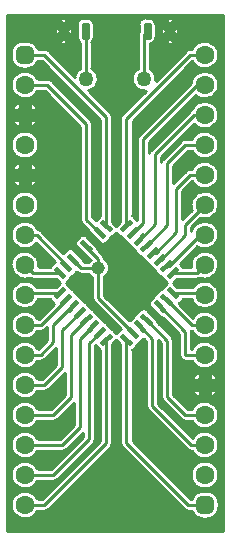
<source format=gbr>
G04 Generated by Ultiboard 14.1 *
%FSLAX24Y24*%
%MOIN*%

%ADD10C,0.0001*%
%ADD11C,0.0100*%
%ADD12C,0.0450*%
%ADD13P,0.0250X4*%
%ADD14C,0.0633*%
%ADD15R,0.0208X0.0208*%
%ADD16C,0.0392*%
%ADD17C,0.0500*%
%ADD18R,0.0108X0.0417*%
%ADD19C,0.0167*%


G04 ColorRGB 00FF00 for the following layer *
%LNCopper Top*%
%LPD*%
G54D10*
G36*
X151Y151D02*
X151Y151D01*
X7349Y151D01*
X7349Y17349D01*
X151Y17349D01*
X151Y151D01*
D02*
G37*
%LPC*%
G36*
X6494Y9610D02*
X6494Y9610D01*
X5929Y9045D01*
X6029Y8945D01*
G74*
D01*
G02X6038Y8935I106J107*
G01*
X6038Y8935D01*
X6288Y8935D01*
G75*
D01*
G02X6588Y8562I462J65*
G01*
G74*
D01*
G02X6484Y8533I104J172*
G01*
X6484Y8533D01*
X5831Y8533D01*
X5697Y8400D01*
X5831Y8267D01*
X6367Y8267D01*
G75*
D01*
G02X6303Y7865I383J-267*
G01*
X6303Y7865D01*
X6038Y7865D01*
G74*
D01*
G02X6029Y7855I115J97*
G01*
X6029Y7855D01*
X5904Y7730D01*
G74*
D01*
G02X5885Y7713I107J106*
G01*
X5885Y7713D01*
X6353Y7245D01*
G75*
D01*
G02X6329Y6799I397J-245*
G01*
X6329Y6799D01*
X6314Y6799D01*
G75*
D01*
G02X6298Y6800I0J201*
G01*
G74*
D01*
G02X6301Y6768I198J32*
G01*
X6301Y6768D01*
X6301Y6201D01*
X6329Y6201D01*
G75*
D01*
G02X6329Y5799I421J-201*
G01*
X6329Y5799D01*
X6100Y5799D01*
G75*
D01*
G02X5899Y6000I0J201*
G01*
X5899Y6000D01*
X5899Y6685D01*
X5344Y7240D01*
G74*
D01*
G02X5245Y7284I8J151*
G01*
X5245Y7284D01*
X4911Y7618D01*
G75*
D01*
G02X4869Y7745I107J107*
G01*
X4869Y7745D01*
X4852Y7762D01*
G74*
D01*
G02X4874Y7771I69J135*
G01*
G74*
D01*
G02X4911Y7831I144J46*
G01*
X4911Y7831D01*
X5037Y7957D01*
G74*
D01*
G02X5097Y7994I106J107*
G01*
G74*
D01*
G02X5134Y8054I144J46*
G01*
X5134Y8054D01*
X5259Y8179D01*
G74*
D01*
G02X5320Y8216I107J106*
G01*
G74*
D01*
G02X5357Y8277I143J46*
G01*
X5357Y8277D01*
X5480Y8400D01*
X5357Y8523D01*
G74*
D01*
G02X5320Y8584I106J107*
G01*
G74*
D01*
G02X5259Y8621I46J143*
G01*
X5259Y8621D01*
X5134Y8746D01*
G74*
D01*
G02X5097Y8806I107J106*
G01*
G74*
D01*
G02X5037Y8843I46J144*
G01*
X5037Y8843D01*
X4911Y8969D01*
G74*
D01*
G02X4874Y9029I107J106*
G01*
G74*
D01*
G02X4814Y9066I47J144*
G01*
X4814Y9066D01*
X4689Y9191D01*
G74*
D01*
G02X4652Y9252I106J107*
G01*
G74*
D01*
G02X4591Y9289I46J143*
G01*
X4591Y9289D01*
X4582Y9298D01*
X4466Y9414D01*
G74*
D01*
G02X4429Y9474I107J107*
G01*
G74*
D01*
G02X4369Y9511I46J144*
G01*
X4369Y9511D01*
X4243Y9637D01*
G74*
D01*
G02X4206Y9697I107J106*
G01*
G74*
D01*
G02X4146Y9734I46J144*
G01*
X4146Y9734D01*
X4021Y9859D01*
G74*
D01*
G02X3984Y9920I106J107*
G01*
G74*
D01*
G02X3923Y9957I46J143*
G01*
X3923Y9957D01*
X3800Y10080D01*
X3677Y9957D01*
G74*
D01*
G02X3616Y9920I107J106*
G01*
G74*
D01*
G02X3579Y9859I143J46*
G01*
X3579Y9859D01*
X3454Y9734D01*
G74*
D01*
G02X3394Y9697I106J107*
G01*
G74*
D01*
G02X3384Y9675I144J46*
G01*
X3384Y9675D01*
X3368Y9691D01*
G75*
D01*
G02X3241Y9734I-20J150*
G01*
X3241Y9734D01*
X2907Y10068D01*
G74*
D01*
G02X2863Y10166I107J107*
G01*
X2863Y10166D01*
X2658Y10371D01*
G75*
D01*
G02X2599Y10514I142J143*
G01*
X2599Y10514D01*
X2599Y13617D01*
X1417Y14799D01*
X1171Y14799D01*
G75*
D01*
G02X1171Y15201I-421J201*
G01*
X1171Y15201D01*
X1500Y15201D01*
G74*
D01*
G02X1642Y15142I0J201*
G01*
X1642Y15142D01*
X2942Y13842D01*
G74*
D01*
G02X3001Y13700I142J142*
G01*
X3001Y13700D01*
X3001Y10597D01*
X3113Y10485D01*
G74*
D01*
G02X3130Y10504I123J88*
G01*
X3130Y10504D01*
X3255Y10629D01*
G74*
D01*
G02X3265Y10638I107J106*
G01*
X3265Y10638D01*
X3265Y13851D01*
X1317Y15799D01*
X1188Y15799D01*
G74*
D01*
G02X854Y15548I334J97*
G01*
X854Y15548D01*
X646Y15548D01*
G75*
D01*
G02X298Y15896I0J348*
G01*
X298Y15896D01*
X298Y16104D01*
G75*
D01*
G02X646Y16452I348J0*
G01*
X646Y16452D01*
X854Y16452D01*
G74*
D01*
G02X1188Y16201I0J348*
G01*
X1188Y16201D01*
X1400Y16201D01*
G75*
D01*
G02X1476Y16186I0J-201*
G01*
G74*
D01*
G02X1542Y16142I76J186*
G01*
X1542Y16142D01*
X2407Y15277D01*
G74*
D01*
G02X2574Y15530I393J77*
G01*
X2574Y15530D01*
X2574Y16409D01*
G75*
D01*
G02X2486Y16592I147J183*
G01*
X2486Y16592D01*
X2486Y17008D01*
G75*
D01*
G02X2721Y17243I235J0*
G01*
X2721Y17243D01*
X2829Y17243D01*
G74*
D01*
G02X3064Y17008I0J235*
G01*
X3064Y17008D01*
X3064Y16592D01*
G75*
D01*
G02X2976Y16409I-235J0*
G01*
X2976Y16409D01*
X2976Y15559D01*
G75*
D01*
G02X2877Y14807I-176J-359*
G01*
X2877Y14807D01*
X3608Y14076D01*
G74*
D01*
G02X3667Y13934I142J142*
G01*
X3667Y13934D01*
X3667Y10431D01*
X3800Y10297D01*
X3933Y10431D01*
X3933Y13884D01*
G74*
D01*
G02X3992Y14026I201J0*
G01*
X3992Y14026D01*
X4769Y14803D01*
G75*
D01*
G02X4516Y15546I-52J397*
G01*
X4516Y15546D01*
X4516Y16691D01*
G75*
D01*
G02X4536Y16780I201J1*
G01*
X4536Y16780D01*
X4536Y17008D01*
G75*
D01*
G02X4771Y17243I235J0*
G01*
X4771Y17243D01*
X4879Y17243D01*
G74*
D01*
G02X5114Y17008I0J235*
G01*
X5114Y17008D01*
X5114Y16592D01*
G75*
D01*
G02X4918Y16360I-235J0*
G01*
X4918Y16360D01*
X4918Y15546D01*
G75*
D01*
G02X5113Y15147I-201J-346*
G01*
X5113Y15147D01*
X6108Y16142D01*
G75*
D01*
G02X6250Y16201I142J-142*
G01*
X6250Y16201D01*
X6329Y16201D01*
G75*
D01*
G02X6330Y15796I421J-201*
G01*
X6330Y15796D01*
X4335Y13801D01*
X4335Y10638D01*
G74*
D01*
G02X4345Y10629I97J115*
G01*
X4345Y10629D01*
X4470Y10504D01*
G74*
D01*
G02X4487Y10485I106J107*
G01*
X4487Y10485D01*
X4499Y10497D01*
X4499Y13200D01*
G75*
D01*
G02X4558Y13342I201J0*
G01*
X4558Y13342D01*
X6289Y15073D01*
G75*
D01*
G02X6438Y14653I461J-73*
G01*
X6438Y14653D01*
X4901Y13117D01*
X4901Y12728D01*
G74*
D01*
G02X4958Y12842I199J28*
G01*
X4958Y12842D01*
X6258Y14142D01*
G74*
D01*
G02X6322Y14185I142J142*
G01*
G75*
D01*
G02X6389Y13705I428J-185*
G01*
X6389Y13705D01*
X5301Y12617D01*
X5301Y12428D01*
G74*
D01*
G02X5358Y12542I199J28*
G01*
X5358Y12542D01*
X5958Y13142D01*
G74*
D01*
G02X6035Y13190I142J142*
G01*
G75*
D01*
G02X6100Y13201I65J-190*
G01*
X6100Y13201D01*
X6329Y13201D01*
G75*
D01*
G02X6329Y12799I421J-201*
G01*
X6329Y12799D01*
X6183Y12799D01*
X5701Y12317D01*
X5701Y11735D01*
X6108Y12142D01*
G75*
D01*
G02X6250Y12201I142J-142*
G01*
X6250Y12201D01*
X6329Y12201D01*
G75*
D01*
G02X6330Y11796I421J-201*
G01*
X6330Y11796D01*
X6001Y11467D01*
X6001Y10535D01*
X6310Y10844D01*
G75*
D01*
G02X6594Y10560I440J156*
G01*
X6594Y10560D01*
X6301Y10267D01*
X6301Y10127D01*
G75*
D01*
G02X6494Y9610I449J-127*
G01*
D02*
G37*
G36*
X2531Y9339D02*
X2531Y9339D01*
X2572Y9298D01*
X2689Y9182D01*
G74*
D01*
G02X2731Y9101I107J107*
G01*
X2731Y9101D01*
X2883Y9101D01*
G74*
D01*
G02X2943Y9173I317J201*
G01*
X2943Y9173D01*
X2867Y9249D01*
G74*
D01*
G02X2796Y9289I35J146*
G01*
X2796Y9289D01*
X2786Y9298D01*
X2462Y9623D01*
G75*
D01*
G02X2419Y9749I106J106*
G01*
X2419Y9749D01*
X2402Y9766D01*
G74*
D01*
G02X2425Y9775I69J134*
G01*
G74*
D01*
G02X2462Y9836I143J46*
G01*
X2462Y9836D01*
X2587Y9961D01*
G74*
D01*
G02X2647Y9998I106J106*
G01*
G74*
D01*
G02X2657Y10021I144J46*
G01*
X2657Y10021D01*
X2673Y10004D01*
G75*
D01*
G02X2800Y9961I20J-149*
G01*
X2800Y9961D01*
X3134Y9627D01*
G75*
D01*
G02X3178Y9507I-107J-106*
G01*
X3178Y9507D01*
X3342Y9342D01*
G74*
D01*
G02X3400Y9217I142J142*
G01*
G75*
D01*
G02X3401Y8583I-200J-317*
G01*
X3401Y8583D01*
X3401Y7983D01*
X4233Y7152D01*
G74*
D01*
G02X4243Y7163I117J95*
G01*
X4243Y7163D01*
X4369Y7289D01*
G74*
D01*
G02X4429Y7326I106J107*
G01*
G74*
D01*
G02X4466Y7386I144J47*
G01*
X4466Y7386D01*
X4591Y7511D01*
G74*
D01*
G02X4652Y7548I107J106*
G01*
G74*
D01*
G02X4661Y7571I143J46*
G01*
X4661Y7571D01*
X4678Y7554D01*
G75*
D01*
G02X4804Y7511I20J-149*
G01*
X4804Y7511D01*
X5138Y7177D01*
G74*
D01*
G02X5182Y7079I106J106*
G01*
X5182Y7079D01*
X5642Y6620D01*
G74*
D01*
G02X5701Y6477I142J143*
G01*
X5701Y6477D01*
X5701Y4683D01*
X6183Y4201D01*
X6329Y4201D01*
G75*
D01*
G02X6329Y3799I421J-201*
G01*
X6329Y3799D01*
X6100Y3799D01*
G75*
D01*
G02X6035Y3810I0J201*
G01*
G74*
D01*
G02X5958Y3858I65J190*
G01*
X5958Y3858D01*
X5358Y4458D01*
G75*
D01*
G02X5299Y4600I142J142*
G01*
X5299Y4600D01*
X5299Y6394D01*
X5201Y6492D01*
X5201Y4383D01*
X6348Y3237D01*
G75*
D01*
G02X6329Y2799I402J-237*
G01*
X6329Y2799D01*
X6300Y2799D01*
G75*
D01*
G02X6243Y2807I0J201*
G01*
G74*
D01*
G02X6158Y2858I57J193*
G01*
X6158Y2858D01*
X4858Y4158D01*
G75*
D01*
G02X4799Y4300I142J142*
G01*
X4799Y4300D01*
X4799Y6449D01*
X4709Y6538D01*
G74*
D01*
G02X4693Y6519I123J87*
G01*
X4693Y6519D01*
X4568Y6393D01*
G74*
D01*
G02X4507Y6356I107J107*
G01*
G74*
D01*
G02X4470Y6296I143J47*
G01*
X4470Y6296D01*
X4345Y6171D01*
G74*
D01*
G02X4335Y6162I107J106*
G01*
X4335Y6162D01*
X4335Y3149D01*
X6283Y1201D01*
X6312Y1201D01*
G75*
D01*
G02X6646Y1452I334J-97*
G01*
X6646Y1452D01*
X6854Y1452D01*
G74*
D01*
G02X7202Y1104I0J348*
G01*
X7202Y1104D01*
X7202Y896D01*
G75*
D01*
G02X6854Y548I-348J0*
G01*
X6854Y548D01*
X6646Y548D01*
G75*
D01*
G02X6312Y799I0J348*
G01*
X6312Y799D01*
X6200Y799D01*
G75*
D01*
G02X6141Y808I0J201*
G01*
G74*
D01*
G02X6058Y858I59J192*
G01*
X6058Y858D01*
X3992Y2924D01*
G75*
D01*
G02X3933Y3066I142J142*
G01*
X3933Y3066D01*
X3933Y6369D01*
X3800Y6503D01*
X3667Y6369D01*
X3667Y3066D01*
G75*
D01*
G02X3608Y2924I-201J0*
G01*
X3608Y2924D01*
X1542Y858D01*
G74*
D01*
G02X1400Y799I142J142*
G01*
X1400Y799D01*
X1171Y799D01*
G75*
D01*
G02X1171Y1201I-421J201*
G01*
X1171Y1201D01*
X1317Y1201D01*
X3265Y3149D01*
X3265Y6162D01*
G74*
D01*
G02X3255Y6171I97J115*
G01*
X3255Y6171D01*
X3130Y6296D01*
G74*
D01*
G02X3113Y6315I106J107*
G01*
X3113Y6315D01*
X3101Y6303D01*
X3101Y3200D01*
G75*
D01*
G02X3042Y3058I-201J0*
G01*
X3042Y3058D01*
X1842Y1858D01*
G74*
D01*
G02X1700Y1799I142J142*
G01*
X1700Y1799D01*
X1171Y1799D01*
G75*
D01*
G02X1171Y2201I-421J201*
G01*
X1171Y2201D01*
X1617Y2201D01*
X2699Y3283D01*
X2699Y3415D01*
X2142Y2858D01*
G74*
D01*
G02X2000Y2799I142J142*
G01*
X2000Y2799D01*
X1171Y2799D01*
G75*
D01*
G02X1171Y3201I-421J201*
G01*
X1171Y3201D01*
X1917Y3201D01*
X2399Y3683D01*
X2399Y4415D01*
X1842Y3858D01*
G74*
D01*
G02X1700Y3799I142J142*
G01*
X1700Y3799D01*
X1171Y3799D01*
G75*
D01*
G02X1171Y4201I-421J201*
G01*
X1171Y4201D01*
X1617Y4201D01*
X2099Y4683D01*
X2099Y5415D01*
X1542Y4858D01*
G74*
D01*
G02X1400Y4799I142J142*
G01*
X1400Y4799D01*
X1171Y4799D01*
G75*
D01*
G02X1171Y5201I-421J201*
G01*
X1171Y5201D01*
X1317Y5201D01*
X1799Y5683D01*
X1799Y6244D01*
X1413Y5858D01*
G74*
D01*
G02X1341Y5812I142J142*
G01*
G75*
D01*
G02X1270Y5799I-70J188*
G01*
X1270Y5799D01*
X1171Y5799D01*
G75*
D01*
G02X1171Y6201I-421J201*
G01*
X1171Y6201D01*
X1187Y6201D01*
X1499Y6513D01*
X1499Y6928D01*
X1429Y6858D01*
G74*
D01*
G02X1344Y6807I143J142*
G01*
G75*
D01*
G02X1286Y6799I-58J193*
G01*
X1286Y6799D01*
X1171Y6799D01*
G75*
D01*
G02X1171Y7201I-421J201*
G01*
X1171Y7201D01*
X1203Y7201D01*
X1715Y7713D01*
G74*
D01*
G02X1696Y7730I88J123*
G01*
X1696Y7730D01*
X1571Y7855D01*
G74*
D01*
G02X1562Y7865I106J107*
G01*
X1562Y7865D01*
X1197Y7865D01*
G75*
D01*
G02X1133Y8267I-447J135*
G01*
X1133Y8267D01*
X1769Y8267D01*
X1903Y8400D01*
X1769Y8533D01*
X1016Y8533D01*
G75*
D01*
G02X946Y8546I0J201*
G01*
G74*
D01*
G02X912Y8562I70J188*
G01*
G75*
D01*
G02X1212Y8935I-162J438*
G01*
X1212Y8935D01*
X1562Y8935D01*
G74*
D01*
G02X1571Y8945I115J97*
G01*
X1571Y8945D01*
X1696Y9070D01*
G74*
D01*
G02X1752Y9106I107J106*
G01*
X1752Y9106D01*
X1559Y9298D01*
X1129Y9728D01*
G75*
D01*
G02X1172Y10199I-379J272*
G01*
G74*
D01*
G02X1215Y10187I31J199*
G01*
G74*
D01*
G02X1284Y10142I74J187*
G01*
X1284Y10142D01*
X2026Y9400D01*
X2141Y9516D01*
G74*
D01*
G02X2202Y9553I107J107*
G01*
G74*
D01*
G02X2211Y9575I143J46*
G01*
X2211Y9575D01*
X2228Y9559D01*
G75*
D01*
G02X2355Y9516I20J-150*
G01*
X2355Y9516D01*
X2444Y9427D01*
G74*
D01*
G02X2531Y9339I92J179*
G01*
D02*
G37*
G36*
X5290Y17050D02*
X5290Y17050D01*
X5453Y16800D01*
X5290Y16550D01*
G75*
D01*
G02X5286Y16592I231J42*
G01*
X5286Y16592D01*
X5286Y17008D01*
G74*
D01*
G02X5290Y17050I235J0*
G01*
D02*
G37*
G36*
X5423Y16379D02*
X5423Y16379D01*
X5575Y16613D01*
X5727Y16379D01*
G74*
D01*
G02X5629Y16357I98J213*
G01*
X5629Y16357D01*
X5521Y16357D01*
G75*
D01*
G02X5423Y16379I0J235*
G01*
D02*
G37*
G36*
X1740Y17050D02*
X1740Y17050D01*
X1903Y16800D01*
X1740Y16550D01*
G75*
D01*
G02X1736Y16592I231J42*
G01*
X1736Y16592D01*
X1736Y17008D01*
G74*
D01*
G02X1740Y17050I235J0*
G01*
D02*
G37*
G36*
X2177Y17221D02*
X2177Y17221D01*
X2025Y16987D01*
X1873Y17221D01*
G75*
D01*
G02X1971Y17243I98J-213*
G01*
X1971Y17243D01*
X2079Y17243D01*
G74*
D01*
G02X2177Y17221I0J235*
G01*
D02*
G37*
G36*
X2310Y16550D02*
X2310Y16550D01*
X2147Y16800D01*
X2310Y17050D01*
G74*
D01*
G02X2314Y17008I231J42*
G01*
X2314Y17008D01*
X2314Y16592D01*
G75*
D01*
G02X2310Y16550I-235J0*
G01*
D02*
G37*
G36*
X2177Y16379D02*
G74*
D01*
G02X2079Y16357I98J213*
G01*
X2079Y16357D01*
X1971Y16357D01*
G75*
D01*
G02X1873Y16379I0J235*
G01*
X1873Y16379D01*
X2025Y16613D01*
X2177Y16379D01*
D02*
G37*
G36*
X1186Y13835D02*
G74*
D01*
G02X915Y13564I436J165*
G01*
X915Y13564D01*
X915Y13835D01*
X1186Y13835D01*
D02*
G37*
G36*
X915Y14436D02*
G74*
D01*
G02X1186Y14165I165J436*
G01*
X1186Y14165D01*
X915Y14165D01*
X915Y14436D01*
D02*
G37*
G36*
X585Y13564D02*
G74*
D01*
G02X314Y13835I165J436*
G01*
X314Y13835D01*
X585Y13835D01*
X585Y13564D01*
D02*
G37*
G36*
X314Y14165D02*
G74*
D01*
G02X585Y14436I436J165*
G01*
X585Y14436D01*
X585Y14165D01*
X314Y14165D01*
D02*
G37*
G36*
X575Y14000D02*
G75*
D01*
G02X575Y14000I175J0*
G01*
D02*
G37*
G36*
X283Y13000D02*
G75*
D01*
G02X283Y13000I467J0*
G01*
D02*
G37*
G36*
X915Y12436D02*
G74*
D01*
G02X1186Y12165I165J436*
G01*
X1186Y12165D01*
X915Y12165D01*
X915Y12436D01*
D02*
G37*
G36*
X1186Y11835D02*
G74*
D01*
G02X915Y11564I436J165*
G01*
X915Y11564D01*
X915Y11835D01*
X1186Y11835D01*
D02*
G37*
G36*
X314Y12165D02*
G74*
D01*
G02X585Y12436I436J165*
G01*
X585Y12436D01*
X585Y12165D01*
X314Y12165D01*
D02*
G37*
G36*
X575Y12000D02*
G75*
D01*
G02X575Y12000I175J0*
G01*
D02*
G37*
G36*
X585Y11564D02*
G74*
D01*
G02X314Y11835I165J436*
G01*
X314Y11835D01*
X585Y11835D01*
X585Y11564D01*
D02*
G37*
G36*
X283Y11000D02*
G75*
D01*
G02X283Y11000I467J0*
G01*
D02*
G37*
G36*
X5423Y17221D02*
G75*
D01*
G02X5521Y17243I98J-213*
G01*
X5521Y17243D01*
X5629Y17243D01*
G74*
D01*
G02X5727Y17221I0J235*
G01*
X5727Y17221D01*
X5575Y16987D01*
X5423Y17221D01*
D02*
G37*
G36*
X5860Y16550D02*
X5860Y16550D01*
X5697Y16800D01*
X5860Y17050D01*
G74*
D01*
G02X5864Y17008I231J42*
G01*
X5864Y17008D01*
X5864Y16592D01*
G75*
D01*
G02X5860Y16550I-235J0*
G01*
D02*
G37*
G36*
X6314Y5165D02*
G74*
D01*
G02X6585Y5436I436J165*
G01*
X6585Y5436D01*
X6585Y5165D01*
X6314Y5165D01*
D02*
G37*
G36*
X7186Y4835D02*
G74*
D01*
G02X6915Y4564I436J165*
G01*
X6915Y4564D01*
X6915Y4835D01*
X7186Y4835D01*
D02*
G37*
G36*
X6915Y5436D02*
G74*
D01*
G02X7186Y5165I165J436*
G01*
X7186Y5165D01*
X6915Y5165D01*
X6915Y5436D01*
D02*
G37*
G36*
X6575Y5000D02*
G75*
D01*
G02X6575Y5000I175J0*
G01*
D02*
G37*
G36*
X6585Y4564D02*
G74*
D01*
G02X6314Y4835I165J436*
G01*
X6314Y4835D01*
X6585Y4835D01*
X6585Y4564D01*
D02*
G37*
G36*
X6283Y2000D02*
G75*
D01*
G02X6283Y2000I467J0*
G01*
D02*
G37*
%LPD*%
G36*
X2999Y8583D02*
G74*
D01*
G02X2883Y8699I201J317*
G01*
X2883Y8699D01*
X2632Y8699D01*
G75*
D01*
G02X2490Y8758I0J201*
G01*
X2490Y8758D01*
X2482Y8765D01*
G74*
D01*
G02X2466Y8746I123J87*
G01*
X2466Y8746D01*
X2341Y8621D01*
G74*
D01*
G02X2280Y8584I107J106*
G01*
G74*
D01*
G02X2243Y8523I143J46*
G01*
X2243Y8523D01*
X2120Y8400D01*
X2243Y8277D01*
G74*
D01*
G02X2280Y8216I106J107*
G01*
G74*
D01*
G02X2341Y8179I46J143*
G01*
X2341Y8179D01*
X2466Y8054D01*
G74*
D01*
G02X2503Y7994I107J106*
G01*
G74*
D01*
G02X2563Y7957I46J144*
G01*
X2563Y7957D01*
X2689Y7831D01*
G74*
D01*
G02X2726Y7771I107J106*
G01*
G74*
D01*
G02X2786Y7734I47J144*
G01*
X2786Y7734D01*
X2911Y7609D01*
G74*
D01*
G02X2948Y7548I106J107*
G01*
G74*
D01*
G02X3009Y7511I46J143*
G01*
X3009Y7511D01*
X3134Y7386D01*
G74*
D01*
G02X3171Y7326I107J107*
G01*
G74*
D01*
G02X3231Y7289I46J144*
G01*
X3231Y7289D01*
X3357Y7163D01*
G74*
D01*
G02X3394Y7103I107J106*
G01*
G74*
D01*
G02X3454Y7066I46J144*
G01*
X3454Y7066D01*
X3579Y6941D01*
G74*
D01*
G02X3616Y6880I106J107*
G01*
G74*
D01*
G02X3677Y6843I46J143*
G01*
X3677Y6843D01*
X3800Y6720D01*
X3923Y6843D01*
G74*
D01*
G02X3951Y6865I107J106*
G01*
X3951Y6865D01*
X3058Y7758D01*
G75*
D01*
G02X2999Y7900I142J142*
G01*
X2999Y7900D01*
X2999Y8583D01*
D02*
G37*
G54D11*
X2999Y8583D02*
G74*
D01*
G02X2883Y8699I201J317*
G01*
X2632Y8699D01*
G75*
D01*
G02X2490Y8758I0J201*
G01*
X2482Y8765D01*
G74*
D01*
G02X2466Y8746I123J87*
G01*
X2341Y8621D01*
G74*
D01*
G02X2280Y8584I107J106*
G01*
G74*
D01*
G02X2243Y8523I143J46*
G01*
X2120Y8400D01*
X2243Y8277D01*
G74*
D01*
G02X2280Y8216I106J107*
G01*
G74*
D01*
G02X2341Y8179I46J143*
G01*
X2466Y8054D01*
G74*
D01*
G02X2503Y7994I107J106*
G01*
G74*
D01*
G02X2563Y7957I46J144*
G01*
X2689Y7831D01*
G74*
D01*
G02X2726Y7771I107J106*
G01*
G74*
D01*
G02X2786Y7734I47J144*
G01*
X2911Y7609D01*
G74*
D01*
G02X2948Y7548I106J107*
G01*
G74*
D01*
G02X3009Y7511I46J143*
G01*
X3134Y7386D01*
G74*
D01*
G02X3171Y7326I107J107*
G01*
G74*
D01*
G02X3231Y7289I46J144*
G01*
X3357Y7163D01*
G74*
D01*
G02X3394Y7103I107J106*
G01*
G74*
D01*
G02X3454Y7066I46J144*
G01*
X3579Y6941D01*
G74*
D01*
G02X3616Y6880I106J107*
G01*
G74*
D01*
G02X3677Y6843I46J143*
G01*
X3800Y6720D01*
X3923Y6843D01*
G74*
D01*
G02X3951Y6865I107J106*
G01*
X3058Y7758D01*
G75*
D01*
G02X2999Y7900I142J142*
G01*
X2999Y8583D01*
X6494Y9610D02*
X5929Y9045D01*
X6029Y8945D01*
G74*
D01*
G02X6038Y8935I106J107*
G01*
X6288Y8935D01*
G75*
D01*
G02X6588Y8562I462J65*
G01*
G74*
D01*
G02X6484Y8533I104J172*
G01*
X5831Y8533D01*
X5697Y8400D01*
X5831Y8267D01*
X6367Y8267D01*
G75*
D01*
G02X6303Y7865I383J-267*
G01*
X6038Y7865D01*
G74*
D01*
G02X6029Y7855I115J97*
G01*
X5904Y7730D01*
G74*
D01*
G02X5885Y7713I107J106*
G01*
X6353Y7245D01*
G75*
D01*
G02X6329Y6799I397J-245*
G01*
X6314Y6799D01*
G75*
D01*
G02X6298Y6800I0J201*
G01*
G74*
D01*
G02X6301Y6768I198J32*
G01*
X6301Y6201D01*
X6329Y6201D01*
G75*
D01*
G02X6329Y5799I421J-201*
G01*
X6100Y5799D01*
G75*
D01*
G02X5899Y6000I0J201*
G01*
X5899Y6685D01*
X5344Y7240D01*
G74*
D01*
G02X5245Y7284I8J151*
G01*
X4911Y7618D01*
G75*
D01*
G02X4869Y7745I107J107*
G01*
X4852Y7762D01*
G74*
D01*
G02X4874Y7771I69J135*
G01*
G74*
D01*
G02X4911Y7831I144J46*
G01*
X5037Y7957D01*
G74*
D01*
G02X5097Y7994I106J107*
G01*
G74*
D01*
G02X5134Y8054I144J46*
G01*
X5259Y8179D01*
G74*
D01*
G02X5320Y8216I107J106*
G01*
G74*
D01*
G02X5357Y8277I143J46*
G01*
X5480Y8400D01*
X5357Y8523D01*
G74*
D01*
G02X5320Y8584I106J107*
G01*
G74*
D01*
G02X5259Y8621I46J143*
G01*
X5134Y8746D01*
G74*
D01*
G02X5097Y8806I107J106*
G01*
G74*
D01*
G02X5037Y8843I46J144*
G01*
X4911Y8969D01*
G74*
D01*
G02X4874Y9029I107J106*
G01*
G74*
D01*
G02X4814Y9066I47J144*
G01*
X4689Y9191D01*
G74*
D01*
G02X4652Y9252I106J107*
G01*
G74*
D01*
G02X4591Y9289I46J143*
G01*
X4582Y9298D01*
X4466Y9414D01*
G74*
D01*
G02X4429Y9474I107J107*
G01*
G74*
D01*
G02X4369Y9511I46J144*
G01*
X4243Y9637D01*
G74*
D01*
G02X4206Y9697I107J106*
G01*
G74*
D01*
G02X4146Y9734I46J144*
G01*
X4021Y9859D01*
G74*
D01*
G02X3984Y9920I106J107*
G01*
G74*
D01*
G02X3923Y9957I46J143*
G01*
X3800Y10080D01*
X3677Y9957D01*
G74*
D01*
G02X3616Y9920I107J106*
G01*
G74*
D01*
G02X3579Y9859I143J46*
G01*
X3454Y9734D01*
G74*
D01*
G02X3394Y9697I106J107*
G01*
G74*
D01*
G02X3384Y9675I144J46*
G01*
X3368Y9691D01*
G75*
D01*
G02X3241Y9734I-20J150*
G01*
X2907Y10068D01*
G74*
D01*
G02X2863Y10166I107J107*
G01*
X2658Y10371D01*
G75*
D01*
G02X2599Y10514I142J143*
G01*
X2599Y13617D01*
X1417Y14799D01*
X1171Y14799D01*
G75*
D01*
G02X1171Y15201I-421J201*
G01*
X1500Y15201D01*
G74*
D01*
G02X1642Y15142I0J201*
G01*
X2942Y13842D01*
G74*
D01*
G02X3001Y13700I142J142*
G01*
X3001Y10597D01*
X3113Y10485D01*
G74*
D01*
G02X3130Y10504I123J88*
G01*
X3255Y10629D01*
G74*
D01*
G02X3265Y10638I107J106*
G01*
X3265Y13851D01*
X1317Y15799D01*
X1188Y15799D01*
G74*
D01*
G02X854Y15548I334J97*
G01*
X646Y15548D01*
G75*
D01*
G02X298Y15896I0J348*
G01*
X298Y16104D01*
G75*
D01*
G02X646Y16452I348J0*
G01*
X854Y16452D01*
G74*
D01*
G02X1188Y16201I0J348*
G01*
X1400Y16201D01*
G75*
D01*
G02X1476Y16186I0J-201*
G01*
G74*
D01*
G02X1542Y16142I76J186*
G01*
X2407Y15277D01*
G74*
D01*
G02X2574Y15530I393J77*
G01*
X2574Y16409D01*
G75*
D01*
G02X2486Y16592I147J183*
G01*
X2486Y17008D01*
G75*
D01*
G02X2721Y17243I235J0*
G01*
X2829Y17243D01*
G74*
D01*
G02X3064Y17008I0J235*
G01*
X3064Y16592D01*
G75*
D01*
G02X2976Y16409I-235J0*
G01*
X2976Y15559D01*
G75*
D01*
G02X2877Y14807I-176J-359*
G01*
X3608Y14076D01*
G74*
D01*
G02X3667Y13934I142J142*
G01*
X3667Y10431D01*
X3800Y10297D01*
X3933Y10431D01*
X3933Y13884D01*
G74*
D01*
G02X3992Y14026I201J0*
G01*
X4769Y14803D01*
G75*
D01*
G02X4516Y15546I-52J397*
G01*
X4516Y16691D01*
G75*
D01*
G02X4536Y16780I201J1*
G01*
X4536Y17008D01*
G75*
D01*
G02X4771Y17243I235J0*
G01*
X4879Y17243D01*
G74*
D01*
G02X5114Y17008I0J235*
G01*
X5114Y16592D01*
G75*
D01*
G02X4918Y16360I-235J0*
G01*
X4918Y15546D01*
G75*
D01*
G02X5113Y15147I-201J-346*
G01*
X6108Y16142D01*
G75*
D01*
G02X6250Y16201I142J-142*
G01*
X6329Y16201D01*
G75*
D01*
G02X6330Y15796I421J-201*
G01*
X4335Y13801D01*
X4335Y10638D01*
G74*
D01*
G02X4345Y10629I97J115*
G01*
X4470Y10504D01*
G74*
D01*
G02X4487Y10485I106J107*
G01*
X4499Y10497D01*
X4499Y13200D01*
G75*
D01*
G02X4558Y13342I201J0*
G01*
X6289Y15073D01*
G75*
D01*
G02X6438Y14653I461J-73*
G01*
X4901Y13117D01*
X4901Y12728D01*
G74*
D01*
G02X4958Y12842I199J28*
G01*
X6258Y14142D01*
G74*
D01*
G02X6322Y14185I142J142*
G01*
G75*
D01*
G02X6389Y13705I428J-185*
G01*
X5301Y12617D01*
X5301Y12428D01*
G74*
D01*
G02X5358Y12542I199J28*
G01*
X5958Y13142D01*
G74*
D01*
G02X6035Y13190I142J142*
G01*
G75*
D01*
G02X6100Y13201I65J-190*
G01*
X6329Y13201D01*
G75*
D01*
G02X6329Y12799I421J-201*
G01*
X6183Y12799D01*
X5701Y12317D01*
X5701Y11735D01*
X6108Y12142D01*
G75*
D01*
G02X6250Y12201I142J-142*
G01*
X6329Y12201D01*
G75*
D01*
G02X6330Y11796I421J-201*
G01*
X6001Y11467D01*
X6001Y10535D01*
X6310Y10844D01*
G75*
D01*
G02X6594Y10560I440J156*
G01*
X6301Y10267D01*
X6301Y10127D01*
G75*
D01*
G02X6494Y9610I449J-127*
G01*
X2531Y9339D02*
X2572Y9298D01*
X2689Y9182D01*
G74*
D01*
G02X2731Y9101I107J107*
G01*
X2883Y9101D01*
G74*
D01*
G02X2943Y9173I317J201*
G01*
X2867Y9249D01*
G74*
D01*
G02X2796Y9289I35J146*
G01*
X2786Y9298D01*
X2462Y9623D01*
G75*
D01*
G02X2419Y9749I106J106*
G01*
X2402Y9766D01*
G74*
D01*
G02X2425Y9775I69J134*
G01*
G74*
D01*
G02X2462Y9836I143J46*
G01*
X2587Y9961D01*
G74*
D01*
G02X2647Y9998I106J106*
G01*
G74*
D01*
G02X2657Y10021I144J46*
G01*
X2673Y10004D01*
G75*
D01*
G02X2800Y9961I20J-149*
G01*
X3134Y9627D01*
G75*
D01*
G02X3178Y9507I-107J-106*
G01*
X3342Y9342D01*
G74*
D01*
G02X3400Y9217I142J142*
G01*
G75*
D01*
G02X3401Y8583I-200J-317*
G01*
X3401Y7983D01*
X4233Y7152D01*
G74*
D01*
G02X4243Y7163I117J95*
G01*
X4369Y7289D01*
G74*
D01*
G02X4429Y7326I106J107*
G01*
G74*
D01*
G02X4466Y7386I144J47*
G01*
X4591Y7511D01*
G74*
D01*
G02X4652Y7548I107J106*
G01*
G74*
D01*
G02X4661Y7571I143J46*
G01*
X4678Y7554D01*
G75*
D01*
G02X4804Y7511I20J-149*
G01*
X5138Y7177D01*
G74*
D01*
G02X5182Y7079I106J106*
G01*
X5642Y6620D01*
G74*
D01*
G02X5701Y6477I142J143*
G01*
X5701Y4683D01*
X6183Y4201D01*
X6329Y4201D01*
G75*
D01*
G02X6329Y3799I421J-201*
G01*
X6100Y3799D01*
G75*
D01*
G02X6035Y3810I0J201*
G01*
G74*
D01*
G02X5958Y3858I65J190*
G01*
X5358Y4458D01*
G75*
D01*
G02X5299Y4600I142J142*
G01*
X5299Y6394D01*
X5201Y6492D01*
X5201Y4383D01*
X6348Y3237D01*
G75*
D01*
G02X6329Y2799I402J-237*
G01*
X6300Y2799D01*
G75*
D01*
G02X6243Y2807I0J201*
G01*
G74*
D01*
G02X6158Y2858I57J193*
G01*
X4858Y4158D01*
G75*
D01*
G02X4799Y4300I142J142*
G01*
X4799Y6449D01*
X4709Y6538D01*
G74*
D01*
G02X4693Y6519I123J87*
G01*
X4568Y6393D01*
G74*
D01*
G02X4507Y6356I107J107*
G01*
G74*
D01*
G02X4470Y6296I143J47*
G01*
X4345Y6171D01*
G74*
D01*
G02X4335Y6162I107J106*
G01*
X4335Y3149D01*
X6283Y1201D01*
X6312Y1201D01*
G75*
D01*
G02X6646Y1452I334J-97*
G01*
X6854Y1452D01*
G74*
D01*
G02X7202Y1104I0J348*
G01*
X7202Y896D01*
G75*
D01*
G02X6854Y548I-348J0*
G01*
X6646Y548D01*
G75*
D01*
G02X6312Y799I0J348*
G01*
X6200Y799D01*
G75*
D01*
G02X6141Y808I0J201*
G01*
G74*
D01*
G02X6058Y858I59J192*
G01*
X3992Y2924D01*
G75*
D01*
G02X3933Y3066I142J142*
G01*
X3933Y6369D01*
X3800Y6503D01*
X3667Y6369D01*
X3667Y3066D01*
G75*
D01*
G02X3608Y2924I-201J0*
G01*
X1542Y858D01*
G74*
D01*
G02X1400Y799I142J142*
G01*
X1171Y799D01*
G75*
D01*
G02X1171Y1201I-421J201*
G01*
X1317Y1201D01*
X3265Y3149D01*
X3265Y6162D01*
G74*
D01*
G02X3255Y6171I97J115*
G01*
X3130Y6296D01*
G74*
D01*
G02X3113Y6315I106J107*
G01*
X3101Y6303D01*
X3101Y3200D01*
G75*
D01*
G02X3042Y3058I-201J0*
G01*
X1842Y1858D01*
G74*
D01*
G02X1700Y1799I142J142*
G01*
X1171Y1799D01*
G75*
D01*
G02X1171Y2201I-421J201*
G01*
X1617Y2201D01*
X2699Y3283D01*
X2699Y3415D01*
X2142Y2858D01*
G74*
D01*
G02X2000Y2799I142J142*
G01*
X1171Y2799D01*
G75*
D01*
G02X1171Y3201I-421J201*
G01*
X1917Y3201D01*
X2399Y3683D01*
X2399Y4415D01*
X1842Y3858D01*
G74*
D01*
G02X1700Y3799I142J142*
G01*
X1171Y3799D01*
G75*
D01*
G02X1171Y4201I-421J201*
G01*
X1617Y4201D01*
X2099Y4683D01*
X2099Y5415D01*
X1542Y4858D01*
G74*
D01*
G02X1400Y4799I142J142*
G01*
X1171Y4799D01*
G75*
D01*
G02X1171Y5201I-421J201*
G01*
X1317Y5201D01*
X1799Y5683D01*
X1799Y6244D01*
X1413Y5858D01*
G74*
D01*
G02X1341Y5812I142J142*
G01*
G75*
D01*
G02X1270Y5799I-70J188*
G01*
X1171Y5799D01*
G75*
D01*
G02X1171Y6201I-421J201*
G01*
X1187Y6201D01*
X1499Y6513D01*
X1499Y6928D01*
X1429Y6858D01*
G74*
D01*
G02X1344Y6807I143J142*
G01*
G75*
D01*
G02X1286Y6799I-58J193*
G01*
X1171Y6799D01*
G75*
D01*
G02X1171Y7201I-421J201*
G01*
X1203Y7201D01*
X1715Y7713D01*
G74*
D01*
G02X1696Y7730I88J123*
G01*
X1571Y7855D01*
G74*
D01*
G02X1562Y7865I106J107*
G01*
X1197Y7865D01*
G75*
D01*
G02X1133Y8267I-447J135*
G01*
X1769Y8267D01*
X1903Y8400D01*
X1769Y8533D01*
X1016Y8533D01*
G75*
D01*
G02X946Y8546I0J201*
G01*
G74*
D01*
G02X912Y8562I70J188*
G01*
G75*
D01*
G02X1212Y8935I-162J438*
G01*
X1562Y8935D01*
G74*
D01*
G02X1571Y8945I115J97*
G01*
X1696Y9070D01*
G74*
D01*
G02X1752Y9106I107J106*
G01*
X1559Y9298D01*
X1129Y9728D01*
G75*
D01*
G02X1172Y10199I-379J272*
G01*
G74*
D01*
G02X1215Y10187I31J199*
G01*
G74*
D01*
G02X1284Y10142I74J187*
G01*
X2026Y9400D01*
X2141Y9516D01*
G74*
D01*
G02X2202Y9553I107J107*
G01*
G74*
D01*
G02X2211Y9575I143J46*
G01*
X2228Y9559D01*
G75*
D01*
G02X2355Y9516I20J-150*
G01*
X2444Y9427D01*
G74*
D01*
G02X2531Y9339I92J179*
G01*
X5290Y17050D02*
X5453Y16800D01*
X5290Y16550D01*
G75*
D01*
G02X5286Y16592I231J42*
G01*
X5286Y17008D01*
G74*
D01*
G02X5290Y17050I235J0*
G01*
X5423Y16379D02*
X5575Y16613D01*
X5727Y16379D01*
G74*
D01*
G02X5629Y16357I98J213*
G01*
X5521Y16357D01*
G75*
D01*
G02X5423Y16379I0J235*
G01*
X1740Y17050D02*
X1903Y16800D01*
X1740Y16550D01*
G75*
D01*
G02X1736Y16592I231J42*
G01*
X1736Y17008D01*
G74*
D01*
G02X1740Y17050I235J0*
G01*
X2177Y17221D02*
X2025Y16987D01*
X1873Y17221D01*
G75*
D01*
G02X1971Y17243I98J-213*
G01*
X2079Y17243D01*
G74*
D01*
G02X2177Y17221I0J235*
G01*
X2310Y16550D02*
X2147Y16800D01*
X2310Y17050D01*
G74*
D01*
G02X2314Y17008I231J42*
G01*
X2314Y16592D01*
G75*
D01*
G02X2310Y16550I-235J0*
G01*
X2177Y16379D02*
G74*
D01*
G02X2079Y16357I98J213*
G01*
X1971Y16357D01*
G75*
D01*
G02X1873Y16379I0J235*
G01*
X2025Y16613D01*
X2177Y16379D01*
X1186Y13835D02*
G74*
D01*
G02X915Y13564I436J165*
G01*
X915Y13835D01*
X1186Y13835D01*
X915Y14436D02*
G74*
D01*
G02X1186Y14165I165J436*
G01*
X915Y14165D01*
X915Y14436D01*
X585Y13564D02*
G74*
D01*
G02X314Y13835I165J436*
G01*
X585Y13835D01*
X585Y13564D01*
X314Y14165D02*
G74*
D01*
G02X585Y14436I436J165*
G01*
X585Y14165D01*
X314Y14165D01*
X575Y14000D02*
G75*
D01*
G02X575Y14000I175J0*
G01*
X283Y13000D02*
G75*
D01*
G02X283Y13000I467J0*
G01*
X915Y12436D02*
G74*
D01*
G02X1186Y12165I165J436*
G01*
X915Y12165D01*
X915Y12436D01*
X1186Y11835D02*
G74*
D01*
G02X915Y11564I436J165*
G01*
X915Y11835D01*
X1186Y11835D01*
X314Y12165D02*
G74*
D01*
G02X585Y12436I436J165*
G01*
X585Y12165D01*
X314Y12165D01*
X575Y12000D02*
G75*
D01*
G02X575Y12000I175J0*
G01*
X585Y11564D02*
G74*
D01*
G02X314Y11835I165J436*
G01*
X585Y11835D01*
X585Y11564D01*
X283Y11000D02*
G75*
D01*
G02X283Y11000I467J0*
G01*
X5423Y17221D02*
G75*
D01*
G02X5521Y17243I98J-213*
G01*
X5629Y17243D01*
G74*
D01*
G02X5727Y17221I0J235*
G01*
X5575Y16987D01*
X5423Y17221D01*
X5860Y16550D02*
X5697Y16800D01*
X5860Y17050D01*
G74*
D01*
G02X5864Y17008I231J42*
G01*
X5864Y16592D01*
G75*
D01*
G02X5860Y16550I-235J0*
G01*
X6314Y5165D02*
G74*
D01*
G02X6585Y5436I436J165*
G01*
X6585Y5165D01*
X6314Y5165D01*
X7186Y4835D02*
G74*
D01*
G02X6915Y4564I436J165*
G01*
X6915Y4835D01*
X7186Y4835D01*
X6915Y5436D02*
G74*
D01*
G02X7186Y5165I165J436*
G01*
X6915Y5165D01*
X6915Y5436D01*
X6575Y5000D02*
G75*
D01*
G02X6575Y5000I175J0*
G01*
X6585Y4564D02*
G74*
D01*
G02X6314Y4835I165J436*
G01*
X6585Y4835D01*
X6585Y4564D01*
X6283Y2000D02*
G75*
D01*
G02X6283Y2000I467J0*
G01*
X151Y151D02*
X7349Y151D01*
X7349Y17349D01*
X151Y17349D01*
X151Y151D01*
X1907Y8066D02*
X816Y8066D01*
X750Y8000D01*
X1907Y8734D02*
X1016Y8734D01*
X750Y9000D01*
X2130Y9012D02*
X1141Y10000D01*
X750Y10000D01*
X2130Y9012D02*
X2130Y8957D01*
X2352Y9179D02*
X2352Y9248D01*
X3466Y10293D02*
X3466Y13934D01*
X1400Y16000D01*
X750Y16000D01*
X750Y15000D02*
X1500Y15000D01*
X2800Y13700D01*
X2800Y10514D01*
X3243Y10070D01*
X4134Y13884D02*
X6250Y16000D01*
X6750Y16000D01*
X4134Y10293D02*
X4134Y13884D01*
X2352Y9179D02*
X2632Y8900D01*
X3200Y8900D01*
X3200Y9200D02*
X2798Y9602D01*
X6750Y15000D02*
X6500Y15000D01*
X4700Y13200D01*
X4700Y10414D01*
X4357Y10070D01*
X6750Y14000D02*
X6400Y14000D01*
X5100Y12700D01*
X5100Y10368D01*
X4579Y9848D01*
X6750Y13000D02*
X6100Y13000D01*
X5500Y12400D01*
X5500Y10323D01*
X4802Y9625D01*
X5025Y9402D02*
X5102Y9402D01*
X5800Y10100D01*
X5800Y11550D02*
X6250Y12000D01*
X5800Y10100D02*
X5800Y11550D01*
X6250Y12000D02*
X6750Y12000D01*
X5693Y8734D02*
X6484Y8734D01*
X6750Y9000D01*
X5693Y8066D02*
X6684Y8066D01*
X6750Y8000D01*
X5470Y8957D02*
X5557Y8957D01*
X6600Y10000D01*
X6750Y10000D01*
X5248Y9179D02*
X5279Y9179D01*
X6100Y10000D01*
X6100Y10350D01*
X6750Y11000D01*
X5000Y6532D02*
X4579Y6952D01*
X5500Y6477D02*
X4802Y7175D01*
X6750Y6000D02*
X6100Y6000D01*
X6100Y6768D01*
X5248Y7621D01*
X6750Y7000D02*
X6314Y7000D01*
X5470Y7843D01*
X750Y3000D02*
X2000Y3000D01*
X750Y4000D02*
X1700Y4000D01*
X750Y5000D02*
X1400Y5000D01*
X2321Y7621D02*
X2352Y7621D01*
X750Y7000D02*
X1286Y7000D01*
X2130Y7843D01*
X750Y6000D02*
X1271Y6000D01*
X2900Y6386D02*
X3243Y6730D01*
X2600Y3600D02*
X2600Y6532D01*
X2000Y3000D02*
X2600Y3600D01*
X2600Y6532D02*
X3021Y6952D01*
X2300Y4600D02*
X2300Y6677D01*
X1700Y4000D02*
X2300Y4600D01*
X2300Y6677D02*
X2798Y7175D01*
X2000Y5600D02*
X2000Y6823D01*
X1400Y5000D02*
X2000Y5600D01*
X2000Y6823D02*
X2575Y7398D01*
X1700Y6429D02*
X1700Y7000D01*
X2321Y7621D01*
X1700Y6429D02*
X1271Y6000D01*
X6100Y4000D02*
X5500Y4600D01*
X6750Y4000D02*
X6100Y4000D01*
X5500Y4600D02*
X5500Y6477D01*
X6300Y3000D02*
X5000Y4300D01*
X5000Y6532D01*
X6750Y3000D02*
X6300Y3000D01*
X3200Y7900D02*
X3200Y9200D01*
X3200Y7900D02*
X4357Y6743D01*
X2775Y16800D02*
X2775Y15225D01*
X2800Y15200D01*
X4717Y15200D02*
X4717Y16692D01*
X4825Y16800D01*
X1700Y2000D02*
X2900Y3200D01*
X2900Y6386D01*
X750Y2000D02*
X1700Y2000D01*
X1400Y1000D02*
X3466Y3066D01*
X750Y1000D02*
X1400Y1000D01*
X3466Y3066D02*
X3466Y6507D01*
X6200Y1000D02*
X4134Y3066D01*
X6750Y1000D02*
X6200Y1000D01*
X4134Y3066D02*
X4134Y6507D01*
G54D12*
X3200Y8900D03*
G54D13*
X3362Y6403D03*
X3466Y6507D03*
X3570Y6611D03*
X4238Y6403D03*
X4134Y6507D03*
X4030Y6611D03*
X2471Y7293D03*
X2575Y7398D03*
X2679Y7502D03*
X2693Y7071D03*
X2798Y7175D03*
X2902Y7279D03*
X2916Y6848D03*
X3021Y6952D03*
X3125Y7057D03*
X3139Y6625D03*
X3243Y6730D03*
X3348Y6834D03*
X4907Y7071D03*
X4802Y7175D03*
X4698Y7279D03*
X4684Y6848D03*
X4579Y6952D03*
X4475Y7057D03*
X4461Y6625D03*
X4357Y6730D03*
X4252Y6834D03*
X5129Y7293D03*
X5025Y7398D03*
X4921Y7502D03*
X1803Y7962D03*
X1907Y8066D03*
X2011Y8170D03*
X2025Y7739D03*
X2130Y7843D03*
X2234Y7948D03*
X2248Y7516D03*
X2352Y7621D03*
X2457Y7725D03*
X5797Y7962D03*
X5693Y8066D03*
X5589Y8170D03*
X5575Y7739D03*
X5470Y7843D03*
X5366Y7948D03*
X5352Y7516D03*
X5248Y7621D03*
X5143Y7725D03*
X1803Y8838D03*
X1907Y8734D03*
X2011Y8630D03*
X2025Y9061D03*
X2130Y8957D03*
X2234Y8852D03*
X5797Y8838D03*
X5693Y8734D03*
X5589Y8630D03*
X5575Y9061D03*
X5470Y8957D03*
X5366Y8852D03*
X2248Y9284D03*
X2352Y9179D03*
X2457Y9075D03*
X2471Y9507D03*
X2575Y9402D03*
X2679Y9298D03*
X2693Y9729D03*
X2798Y9625D03*
X2902Y9521D03*
X4907Y9729D03*
X4802Y9625D03*
X4698Y9521D03*
X5129Y9507D03*
X5025Y9402D03*
X4921Y9298D03*
X5352Y9284D03*
X5248Y9179D03*
X5143Y9075D03*
X3139Y10175D03*
X3243Y10070D03*
X3348Y9966D03*
X2916Y9952D03*
X3021Y9848D03*
X3125Y9743D03*
X3362Y10397D03*
X3466Y10293D03*
X3570Y10189D03*
X4238Y10397D03*
X4134Y10293D03*
X4030Y10189D03*
X4461Y10175D03*
X4357Y10070D03*
X4252Y9966D03*
X4684Y9952D03*
X4579Y9848D03*
X4475Y9743D03*
G54D14*
X6750Y13000D03*
X6750Y5000D03*
X6750Y2000D03*
X6750Y4000D03*
X6750Y3000D03*
X6750Y8000D03*
X6750Y7000D03*
X6750Y6000D03*
X6750Y10000D03*
X6750Y9000D03*
X6750Y11000D03*
X6750Y15000D03*
X6750Y12000D03*
X6750Y14000D03*
X6750Y16000D03*
X750Y12000D03*
X750Y15000D03*
X750Y13000D03*
X750Y14000D03*
X750Y9000D03*
X750Y10000D03*
X750Y11000D03*
X750Y7000D03*
X750Y8000D03*
X750Y6000D03*
X750Y2000D03*
X750Y4000D03*
X750Y5000D03*
X750Y3000D03*
X750Y1000D03*
G54D15*
X6750Y1000D03*
X750Y16000D03*
G54D16*
X6646Y896D02*
X6854Y896D01*
X6854Y1104D01*
X6646Y1104D01*
X6646Y896D01*D02*
X646Y15896D02*
X854Y15896D01*
X854Y16104D01*
X646Y16104D01*
X646Y15896D01*D02*
G54D17*
X2800Y15200D03*
X4717Y15200D03*
G54D18*
X2025Y16800D03*
X2775Y16800D03*
X4825Y16800D03*
X5575Y16800D03*
G54D19*
X1971Y16592D02*
X2079Y16592D01*
X2079Y17008D01*
X1971Y17008D01*
X1971Y16592D01*D02*
X2721Y16592D02*
X2829Y16592D01*
X2829Y17008D01*
X2721Y17008D01*
X2721Y16592D01*D02*
X4771Y16592D02*
X4879Y16592D01*
X4879Y17008D01*
X4771Y17008D01*
X4771Y16592D01*D02*
X5521Y16592D02*
X5629Y16592D01*
X5629Y17008D01*
X5521Y17008D01*
X5521Y16592D01*D02*

M02*

</source>
